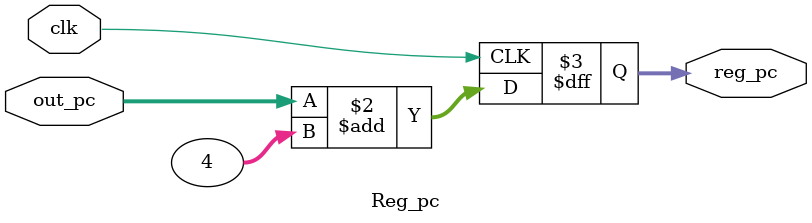
<source format=v>
`timescale 1ns / 1ns
module cpu(
    input         clk,                  //ÊäÈëÊ±ÖÓÐÅºÅ
    input         rst,                  //¸´Î»ÐÅºÅ
    //----------------------------------//Ö¸Áî´æ´¢Æ÷½Ó¿Ú
    output        IM_ena,               //Ö¸Áî´æ´¢Æ÷Ê¹ÄÜÐÅºÅ
    output        IM_w,                 //Ö¸Áî´æ´¢Æ÷¶ÁÐ´ÐÅºÅ£¬¸ßµçÆ½ÎªÐ´£¬µÍµçÆ½Îª¶Á
    output [31:0] out_pc,                   //Ö¸Áî´æ´¢Æ÷µØÖ·Âë
    input  [31:0] inst,                 //¶ÁÈëÖ¸Áî»úÆ÷Âë
    //----------------------------------//Êý¾Ý´æ´¢Æ÷½Ó¿Ú    
    output        DM_ena,               //Êý¾Ý´æ´¢Æ÷Ê¹ÄÜÐÅºÅ
    output        DM_w,                 //Êý¾Ý´æ´¢Æ÷¶ÁÐ´ÐÅºÅ£¬¸ßµçÆ½ÎªÐ´£¬µÍµçÆ½Îª¶Á
    output [31:0] addr,                 //Êý¾Ý´æ´¢Æ÷µØÖ·Âë
    input  [31:0] rdata,                //Êý¾Ý´æ´¢Æ÷¶ÁÈëÊý¾Ý
    output [31:0] wdata,                //Êý¾Ý´æ´¢Æ÷Ð´ÈëÊý¾Ý   
    output        finish,                //ÖÜÆÚÍê³ÉÐÅºÅ
    output mfc0,//from cpu
    output mtc0,//from cpu
    output [4:0] rd,//from cpu specifies cp0's register
    output [31:0] D_Rt,//´ÓGPµ½CP0µÄÄÚÈÝ
    output exception,//ÊÇ·ñ³öÏÖÒì³£µÄ±êÖ¾£¿
    output eret,
    output [4:0] cause,
    input [31:0] CP0_rdata,//´Ócp0µ½GPµÄ
    input [31:0] status,
    input [31:0] exc_addr, //¿ªÊ¼ÖÐ¶ÏµÄÊ±ºò¸øµ½PCµÄÖµ
    output [31:0] pc//ÕæÊµµÄpc
    );  
    //----------------------------------//¿ØÖÆÐÅºÅ
    // wire [31:0] pc;
    wire PC_ena;                       //³ÌÐò¼ÆÊýÆ÷Ê¹ÄÜÐÅºÅ
    wire Z_ena;                        //zÊ¹ÄÜÐÅºÅ
    wire HI_ena;
    wire LO_ena;
    wire RF_w;                         //¼Ä´æÆ÷ÎÄ¼þ¶ÁÐ´ÐÅºÅ£¬¸ßµçÆ½ÎªÐ´µÍµçÆ½Îª¶Á
    wire [4:0] RF_waddr;
    wire [3:0] aluc;                   //ËãÊõÂß¼­µ¥Ôª¿ØÖÆÐÅºÅ                    
    wire DIV_start;
    wire DIVU_start;
    wire EXT1_n_c;
    wire EXT16_sign;                   //16Î»ÍØÕ¹·ûºÅÎ»¿ØÖÆÐÅºÅ£¬1ÎªÓÐ·ûºÅ£¬0ÎªÎÞ·ûºÅ   
    wire CBW_sign;
    wire CHW_sign;
    wire [7:0] M_PC;
    wire [7:0] M_RF;   
    wire [7:0] M_ALU;
    wire [7:0] M_HI;
    wire [7:0] M_LO;
    // wire mfc0;
    // wire mtc0;
    // wire exception;
    // wire eret;
    // wire [4:0] cause;
    //----------------------------------//ÔËËãÆ÷±êÖ¾Î»
    wire zero;                         //ALUÁã±êÖ¾Î»
    wire carry;                        //ALU½èÎ»±êÖ¾Î»
    wire negative;                     //ALU¸º±êÖ¾Î»
    wire overflow;                     //ALUÒç³ö±êÖ¾Î»
    wire D_zero;        
    wire D_carry;    
    wire D_negative; 
    wire D_overflow;
    wire Now_zero;        
    wire Now_carry;    
    wire Now_negative; 
    wire Now_overflow;
    wire DIV_busy;
    wire DIVU_busy;
    //----------------------------------//Ö¸Áî·ÖÎö½á¹û
    wire [31:0] D_inst;
    wire [31:0] Now_inst;
    wire [5:0] INST;                   //ÒëÂëºóÖ¸ÁîºÅ
    wire [4:0] rs;
    wire [4:0] rt;
    // wire [4:0] rd;
    wire [4:0] shamt;
    wire [15:0] immediate;
    wire [25:0] address;
    //----------------------------------//Êä³öÐÅºÅ
    wire [31:0] D_ALU;                 //ALUÊä³ö
    wire [31:0] D_Z;
    wire [31:0] Now_ALU;
    wire [31:0] D_PC;                  //³ÌÐò¼ÆÊýÆ÷Êä³ö
    wire [31:0] D_Rs;                  //¼Ä´æÆ÷ÎÄ¼þRs¶ËÊä³ö
    // wire [31:0] D_Rt;                  //¼Ä´æÆ÷ÎÄ¼þRt¶ËÊä³ö
    wire [31:0] D_HI;
    wire [31:0] D_LO;
    wire [31:0] D_DIV_q;
    wire [31:0] D_DIV_r;
    wire [31:0] D_DIVU_q;
    wire [31:0] D_DIVU_r;
    wire [63:0] D_MUL;
    wire [63:0] D_MULTU;
    wire [31:0] D_Mux_PC;
    wire [31:0] D_Mux_RF;
    wire [31:0] D_Mux_ALU_a;
    wire [31:0] D_Mux_ALU_b;
    wire [31:0] D_Mux_HI;
    wire [31:0] D_Mux_LO;
    wire [31:0] D_EXT1;                //1Î»ÍØÕ¹Æ÷Êä³ö
    wire [31:0] D_EXT1_n;              //1Î»ÍØÕ¹Æ÷Êä³ö£¨ÍØÕ¹NegativeÐÅºÅ£©
    wire [31:0] D_EXT1_c;              //1Î»ÍØÕ¹Æ÷Êä³ö£¨ÍØÕ¹CarryÐÅºÅ£©
    wire [31:0] D_EXT5;                //5Î»ÍØÕ¹Æ÷Êä³ö
    wire [31:0] D_EXT16;               //16Î»ÍØÕ¹Æ÷Êä³ö
    wire [31:0] D_EXT18;               //18Î»ÍØÕ¹Æ÷Êä³ö
    wire [31:0] D_NPC;                 //³ÌÐò¼ÆÊýÆ÷¼Ó4ÀÛ¼ÓÆ÷Êä³ö
    wire [31:0] reg_pc;
    wire [31:0] D_II;                  //IIÊä³ö
    wire [31:0] D_CLZ;
    wire [31:0] D_CBW;
    wire [31:0] D_CHW;
    // wire [31:0] status;
    // wire [31:0] exc_addr;
    // wire [31:0] CP0_rdata;
    //----------------------------------//´æ´¢Æ÷Ð­´¦ÀíÆ÷CPMEMÏßÂ·
    wire [31:0] exact_addr;
    wire [1:0] data_type;
    wire [31:0] rdata32;
    wire [15:0] rdata16;
    wire [7:0] rdata8;
    wire [31:0] wdata32;
    wire [15:0] wdata16;
    wire [7:0] wdata8;

    //----------------------------------//Íâ²¿Í¨Â·Á¬½Ó
    assign pc = D_PC;
    assign exact_addr = Now_ALU;
    assign wdata32 = D_Rt;
    assign wdata16 = D_Rt[15:0];
    assign wdata8 = D_Rt[7:0];
    //----------------------------------//ÎªÁËÍ¨¹ýÑéÖ¤£¬Êä³öPCµÄ´¦Àí
    //ºÍ±£´æPCÓÐ¹ØµÄ
    wire [4:0]T;
    wire [1:0]jump_class;

    //----------------------------------//¿ØÖÆÆ÷·¢³ö¿ØÖÆÐÅºÅ
    cu          CU          (clk,           rst,            Now_zero,       Now_negative,   DIV_start,      DIVU_start,     DIV_busy,       DIVU_busy,  
                            rs,             rt,             rd,             shamt,          immediate,      address,        INST,            
                            PC_ena,         IM_ena,         IM_w,           IR_ENA,
                            DM_ena,         DM_w,           data_type,
                            RF_w,           RF_waddr,       Z_ena,          aluc,
                            HI_ena,         LO_ena,    
                            M_PC,           M_RF,           M_ALU,          M_HI,           M_LO,           EXT16_sign,     EXT1_n_c,       CBW_sign,       CHW_sign,
                            mfc0,           mtc0,           exception,      eret,           cause,
                            finish,         jump_class,     T);
    //----------------------------------//Ö¸ÁîÒëÂë
    decoder     ID          (Now_inst,      rs,             rt,             rd,             shamt,          immediate,      address,        INST);
    //----------------------------------//³ÌÐò¼ÆÊýÆ÷
    pcreg_i     PC          (clk,           rst,            PC_ena,         D_Mux_PC,       D_PC);
    pcreg       IR          (clk,           rst,            IR_ENA,         inst,           D_inst);
    save        INST_save   (IR_ENA,        inst,           D_inst,         Now_inst);
    //----------------------------------//ËãÊýÂß¼­µ¥ÔªALU
    alu         ALU         (D_Mux_ALU_a,   D_Mux_ALU_b,    aluc,           D_ALU,          zero,           carry,          negative,       overflow);
    z           Z           (clk,           rst,            Z_ena,          D_ALU,          zero,           carry,          negative,       overflow,
                                                                            D_Z,            D_zero,         D_carry,        D_negative,     D_overflow);
    save        ALU_save    (Z_ena,         D_ALU,          D_Z,            Now_ALU);
    save_flag   zero_save   (Z_ena,         zero,           D_zero,         Now_zero);
    save_flag   carry_save  (Z_ena,         carry,          D_carry,        Now_carry);
    save_flag   negative_save(Z_ena,        negative,       D_negative,     Now_negative);
    save_flag   overflow_save(Z_ena,        overflow,       D_overflow,     Now_overflow);
    //----------------------------------//¼Ä´æÆ÷¶Ñ
    regfile     cpu_ref     (clk,           rst,            RF_w,           rs,             rt,             RF_waddr,       D_Mux_RF  ,     D_Rs,           D_Rt);
    //----------------------------------//³Ë³ý·¨Æ÷
    div         DIV         (D_Rs,          D_Rt,           DIV_start,      clk,            rst,            D_DIV_q,        D_DIV_r,        DIV_busy);
    divu        DIVU        (D_Rs,          D_Rt,           DIVU_start,     clk,            rst,            D_DIVU_q,       D_DIVU_r,       DIVU_busy);
    mult        MUL        (rst,           D_Rs,           D_Rt,           D_MUL);
    multu       MULTU       (rst,           D_Rs,           D_Rt,           D_MULTU);
    //----------------------------------//ÌØÊâ¼Ä´æÆ÷
    pcreg       HI          (clk,           rst,            HI_ena,         D_Mux_HI,       D_HI);
    pcreg       LO          (clk,           rst,            LO_ena,         D_Mux_LO,       D_LO);
    //----------------------------------//Ñ¡ÔñÆ÷
    mux_pc      Mux_PC      (D_NPC,         D_Rs,           Now_ALU,        D_II,           exc_addr,       M_PC,           D_Mux_PC);
    mux_rf      Mux_RF      (Now_ALU,       D_EXT1,         rdata32,        D_PC,           D_CLZ,          D_HI,           D_LO,           D_CBW,          D_CHW,          CP0_rdata,          M_RF,        reg_pc,          D_Mux_RF);
    mux_alu     Mux_ALU     (D_Rs,          D_Rt,           D_EXT5,         D_EXT16,        D_EXT18,        D_PC,           M_ALU,          D_Mux_ALU_a,    D_Mux_ALU_b);
    mux_hi      Mux_HI      (D_Rs,          D_DIV_r,        D_DIVU_r,       D_MUL[63:32],  D_MULTU[63:32], M_HI,           D_Mux_HI);
    mux_lo      Mux_LO      (D_Rs,          D_DIV_q,        D_DIVU_q,       D_MUL[31:0],   D_MULTU[31:0],  M_LO,           D_Mux_LO);
    //----------------------------------//ÍØÕ¹²¿¼þ
    //Ò»Î»ÍØÕ¹²¿¼þÐèÒªÑ¡ÔñcarryÐÅºÅ»ònegativeÐÅºÅ½øÐÐÍØÕ¹
    extend1     EXT1_n      (Now_negative,  D_EXT1_n);
    extend1     EXT1_c      (Now_carry,     D_EXT1_c);
    mux2_32     EXT1        (D_EXT1_n,      D_EXT1_c,       EXT1_n_c,       D_EXT1);
    extend5     EXT5        (shamt,         D_EXT5);
    extend16    EXT16       (immediate,     EXT16_sign,     D_EXT16);
    extend18    EXT18       (immediate,     D_EXT18);
    //----------------------------------//ÆäËû²¿¼þ
    npc         NPC         (D_PC,          rst,            D_NPC);
    ii          II          (D_PC[31:28],   address,        D_II);
    clz         CLZ         (D_Rs,          D_CLZ);
    extend8     CBW         (rdata8,        CBW_sign,       D_CBW);
    extend16    CHW         (rdata16,       CHW_sign,       D_CHW);
    //----------------------------------//Ð­´¦ÀíÆ÷
    // cp0         CP0         (clk,           rst,            mfc0,           mtc0,           (D_PC-32'd4),   rd,             D_Rt,           exception,      eret,           cause,          
    //                         CP0_rdata,      status,         exc_addr);
    cpmem       CPMEM       (data_type,     exact_addr,     addr,           rdata32,        rdata16,        rdata8,         rdata,          wdata32,        wdata16,        wdata8,         wdata);
    assign out_pc=(finish&&clk==0)?pc:out_pc;//ÕâÀïµÄ¾ºÕùÃ°ÏÕÓ¦¸ÃÊÇÄÜ¹»Í¨¹ýÎÒÕâÖÖ·½Ê½À´±ÜÃâµÄ£¬Ó¦¸ÃÊÇÃ»ÓÐÌØ±ð´óµÄÎÊÌâ£¬clk±ä»¯µÄÖµÒ»¶¨ÊÇ±ÈfinishÔç
    Reg_pc rpc(out_pc,reg_pc,clk);
endmodule

module Reg_pc (//Ó¦¸ÃÊÇÕë¶ÔÓÚËùÓÐµÄpcµÄ½á¹û²»ÎªÕý³£Çé¿öÏÂµÄ¶øÑÔµÄÇé¿ö£¬¶ÔÓ¦ËùÓÐµÄÕâÖÖÇé¿öÎÒÄÜ²»ÄÜÉèÖÃÒ»¸öÖÜÆÚµÄcount£¬À´±£Ö¤ËùÓÐµÄpcµÄ½á¹û¶¼ÊÇ¶ÔµÄ£¬¾Í²»°´ÕÕÐÅÏ¢À´½øÐÐ»®·Ö
    input [31:0]out_pc,
    output reg[31:0]reg_pc,
    input clk
);
    always @(posedge clk) begin
        reg_pc<=out_pc+4;//ÆäÊµ¾ÍÊÇnpcµÄ¶ÔÓ¦µÄÖµ£¬µ«ÊÇÒòÎªº¦ÅÂNPCËæ×ÅÊ±¼ä±ä»¯£¬ËùÒÔËµ¶àÁËÒ»¸öÕâ¸öÄ£¿é
    end
endmodule //Out_pc 
</source>
